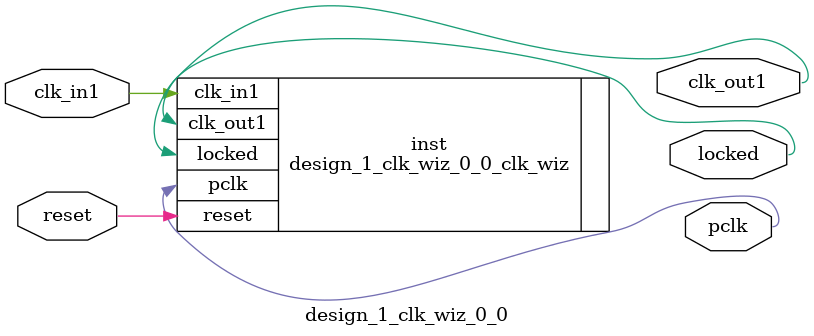
<source format=v>


`timescale 1ps/1ps

(* CORE_GENERATION_INFO = "design_1_clk_wiz_0_0,clk_wiz_v5_4_2_0,{component_name=design_1_clk_wiz_0_0,use_phase_alignment=true,use_min_o_jitter=false,use_max_i_jitter=false,use_dyn_phase_shift=false,use_inclk_switchover=false,use_dyn_reconfig=false,enable_axi=0,feedback_source=FDBK_AUTO,PRIMITIVE=MMCM,num_out_clk=2,clkin1_period=10.000,clkin2_period=10.000,use_power_down=false,use_reset=true,use_locked=true,use_inclk_stopped=false,feedback_type=SINGLE,CLOCK_MGR_TYPE=NA,manual_override=false}" *)

module design_1_clk_wiz_0_0 
 (
  // Clock out ports
  output        clk_out1,
  output        pclk,
  // Status and control signals
  input         reset,
  output        locked,
 // Clock in ports
  input         clk_in1
 );

  design_1_clk_wiz_0_0_clk_wiz inst
  (
  // Clock out ports  
  .clk_out1(clk_out1),
  .pclk(pclk),
  // Status and control signals               
  .reset(reset), 
  .locked(locked),
 // Clock in ports
  .clk_in1(clk_in1)
  );

endmodule

</source>
